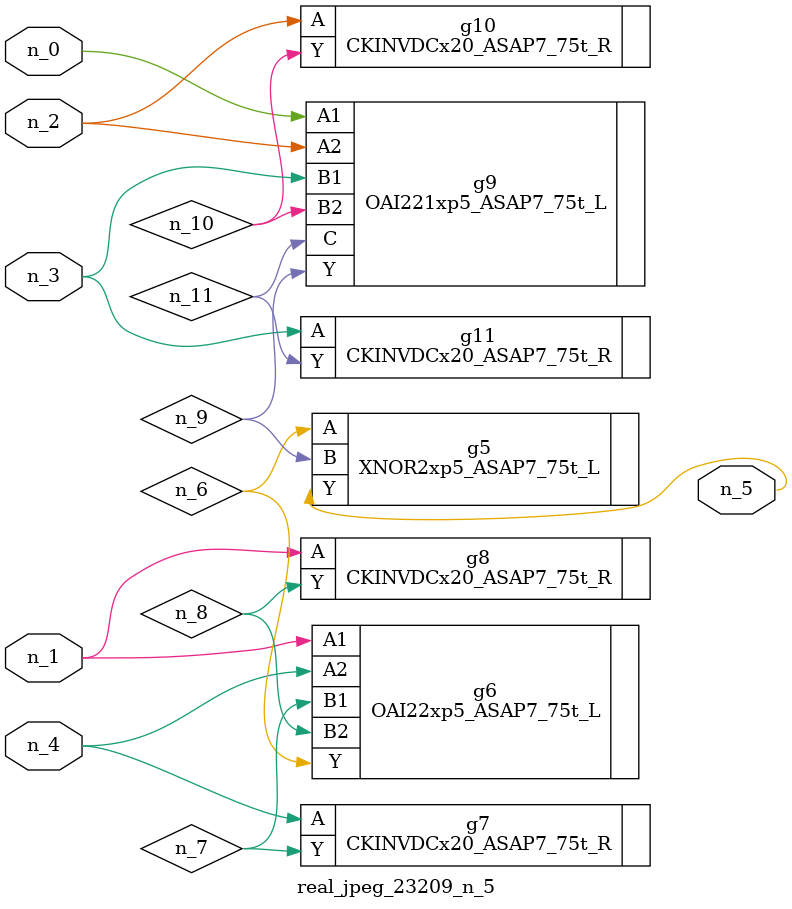
<source format=v>
module real_jpeg_23209_n_5 (n_4, n_0, n_1, n_2, n_3, n_5);

input n_4;
input n_0;
input n_1;
input n_2;
input n_3;

output n_5;

wire n_8;
wire n_11;
wire n_6;
wire n_7;
wire n_10;
wire n_9;

OAI221xp5_ASAP7_75t_L g9 ( 
.A1(n_0),
.A2(n_2),
.B1(n_3),
.B2(n_10),
.C(n_11),
.Y(n_9)
);

OAI22xp5_ASAP7_75t_L g6 ( 
.A1(n_1),
.A2(n_4),
.B1(n_7),
.B2(n_8),
.Y(n_6)
);

CKINVDCx20_ASAP7_75t_R g8 ( 
.A(n_1),
.Y(n_8)
);

CKINVDCx20_ASAP7_75t_R g10 ( 
.A(n_2),
.Y(n_10)
);

CKINVDCx20_ASAP7_75t_R g11 ( 
.A(n_3),
.Y(n_11)
);

CKINVDCx20_ASAP7_75t_R g7 ( 
.A(n_4),
.Y(n_7)
);

XNOR2xp5_ASAP7_75t_L g5 ( 
.A(n_6),
.B(n_9),
.Y(n_5)
);


endmodule
</source>
